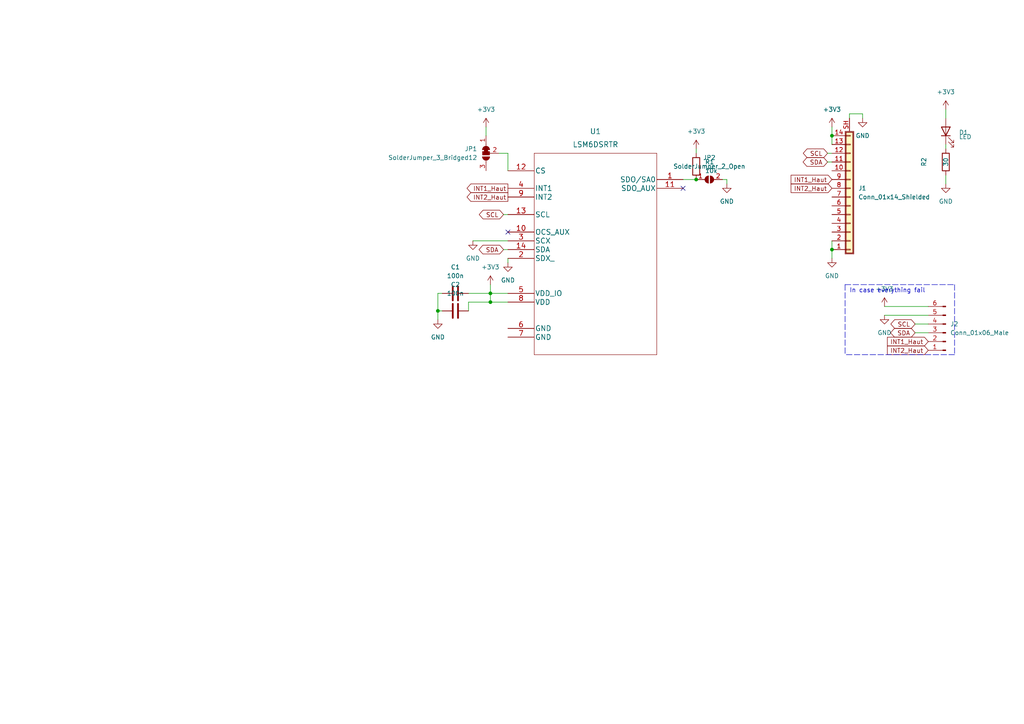
<source format=kicad_sch>
(kicad_sch (version 20211123) (generator eeschema)
  (paper "A4")
  (lib_symbols
    (symbol "2022-12-24_18-31-24:LSM6DSRTR" (pin_names (offset 0.254))
      (property "Reference" "U" (at 25.4 10.16 0))
      (property "Value" "LSM6DSRTR" (at 25.4 7.62 0))
      (symbol "LSM6DSRTR_1_1"
        (polyline (pts (xy 7.62 -53.34) (xy 43.18 -53.34)) (stroke (width 0.127)))
        (polyline (pts (xy 7.62 5.08) (xy 7.62 -53.34)) (stroke (width 0.127)))
        (polyline (pts (xy 43.18 -53.34) (xy 43.18 5.08)) (stroke (width 0.127)))
        (polyline (pts (xy 43.18 5.08) (xy 7.62 5.08)) (stroke (width 0.127)))
        (pin bidirectional line (at 50.8 -2.54 180) (length 7.62) (name "SDO/SA0") (number "1"))
        (pin bidirectional line (at 0 -17.78 0) (length 7.62) (name "OCS_AUX") (number "10"))
        (pin bidirectional line (at 50.8 -5.08 180) (length 7.62) (name "SDO_AUX") (number "11"))
        (pin input line (at 0 0 0) (length 7.62) (name "CS") (number "12"))
        (pin input line (at 0 -12.7 0) (length 7.62) (name "SCL") (number "13"))
        (pin bidirectional line (at 0 -22.86 0) (length 7.62) (name "SDA") (number "14"))
        (pin bidirectional line (at 0 -25.4 0) (length 7.62) (name "SDX_") (number "2"))
        (pin bidirectional line (at 0 -20.32 0) (length 7.62) (name "SCX") (number "3"))
        (pin output line (at 0 -5.08 0) (length 7.62) (name "INT1") (number "4"))
        (pin power_in line (at 0 -35.56 0) (length 7.62) (name "VDD_IO") (number "5"))
        (pin power_in line (at 0 -45.72 0) (length 7.62) (name "GND") (number "6"))
        (pin power_in line (at 0 -48.26 0) (length 7.62) (name "GND") (number "7"))
        (pin power_in line (at 0 -38.1 0) (length 7.62) (name "VDD") (number "8"))
        (pin output line (at 0 -7.62 0) (length 7.62) (name "INT2") (number "9"))
      )
    )
    (symbol "Connector:Conn_01x06_Male" (pin_names (offset 1.016) hide)
      (property "Reference" "J" (at 0 7.62 0))
      (property "Value" "Conn_01x06_Male" (at 0 -10.16 0))
      (symbol "Conn_01x06_Male_1_1"
        (polyline (pts (xy 1.27 -7.62) (xy 0.8636 -7.62)) (stroke (width 0.1524)))
        (polyline (pts (xy 1.27 -5.08) (xy 0.8636 -5.08)) (stroke (width 0.1524)))
        (polyline (pts (xy 1.27 -2.54) (xy 0.8636 -2.54)) (stroke (width 0.1524)))
        (polyline (pts (xy 1.27 0) (xy 0.8636 0)) (stroke (width 0.1524)))
        (polyline (pts (xy 1.27 2.54) (xy 0.8636 2.54)) (stroke (width 0.1524)))
        (polyline (pts (xy 1.27 5.08) (xy 0.8636 5.08)) (stroke (width 0.1524)))
        (rectangle (start 0.8636 -7.493) (end 0 -7.747) (stroke (width 0.1524)) (fill (type outline)))
        (rectangle (start 0.8636 -4.953) (end 0 -5.207) (stroke (width 0.1524)) (fill (type outline)))
        (rectangle (start 0.8636 -2.413) (end 0 -2.667) (stroke (width 0.1524)) (fill (type outline)))
        (rectangle (start 0.8636 0.127) (end 0 -0.127) (stroke (width 0.1524)) (fill (type outline)))
        (rectangle (start 0.8636 2.667) (end 0 2.413) (stroke (width 0.1524)) (fill (type outline)))
        (rectangle (start 0.8636 5.207) (end 0 4.953) (stroke (width 0.1524)) (fill (type outline)))
        (pin passive line (at 5.08 5.08 180) (length 3.81) (name "Pin_1") (number "1"))
        (pin passive line (at 5.08 2.54 180) (length 3.81) (name "Pin_2") (number "2"))
        (pin passive line (at 5.08 0 180) (length 3.81) (name "Pin_3") (number "3"))
        (pin passive line (at 5.08 -2.54 180) (length 3.81) (name "Pin_4") (number "4"))
        (pin passive line (at 5.08 -5.08 180) (length 3.81) (name "Pin_5") (number "5"))
        (pin passive line (at 5.08 -7.62 180) (length 3.81) (name "Pin_6") (number "6"))
      )
    )
    (symbol "Connector_Generic_Shielded:Conn_01x14_Shielded" (pin_names (offset 1.016) hide)
      (property "Reference" "J" (at 0.254 17.526 0))
      (property "Value" "Conn_01x14_Shielded" (at 1.016 -20.066 0))
      (symbol "Conn_01x14_Shielded_1_1"
        (rectangle (start -1.27 16.51) (end 1.27 -19.05) (stroke (width 0.1524)))
        (rectangle (start -1.016 -17.653) (end 0.254 -17.907) (stroke (width 0.1524)))
        (rectangle (start -1.016 -15.113) (end 0.254 -15.367) (stroke (width 0.1524)))
        (rectangle (start -1.016 -12.573) (end 0.254 -12.827) (stroke (width 0.1524)))
        (rectangle (start -1.016 -10.033) (end 0.254 -10.287) (stroke (width 0.1524)))
        (rectangle (start -1.016 -7.493) (end 0.254 -7.747) (stroke (width 0.1524)))
        (rectangle (start -1.016 -4.953) (end 0.254 -5.207) (stroke (width 0.1524)))
        (rectangle (start -1.016 -2.413) (end 0.254 -2.667) (stroke (width 0.1524)))
        (rectangle (start -1.016 0.127) (end 0.254 -0.127) (stroke (width 0.1524)))
        (rectangle (start -1.016 2.667) (end 0.254 2.413) (stroke (width 0.1524)))
        (rectangle (start -1.016 5.207) (end 0.254 4.953) (stroke (width 0.1524)))
        (rectangle (start -1.016 7.747) (end 0.254 7.493) (stroke (width 0.1524)))
        (rectangle (start -1.016 10.287) (end 0.254 10.033) (stroke (width 0.1524)))
        (rectangle (start -1.016 12.827) (end 0.254 12.573) (stroke (width 0.1524)))
        (rectangle (start -1.016 15.367) (end 0.254 15.113) (stroke (width 0.1524)))
        (rectangle (start -1.016 16.256) (end 1.016 -18.796) (stroke (width 0.254)) (fill (type background)))
        (pin passive line (at -5.08 15.24 0) (length 4.064) (name "Pin_1") (number "1"))
        (pin passive line (at -5.08 -7.62 0) (length 4.064) (name "Pin_10") (number "10"))
        (pin passive line (at -5.08 -10.16 0) (length 4.064) (name "Pin_11") (number "11"))
        (pin passive line (at -5.08 -12.7 0) (length 4.064) (name "Pin_12") (number "12"))
        (pin passive line (at -5.08 -15.24 0) (length 4.064) (name "Pin_13") (number "13"))
        (pin passive line (at -5.08 -17.78 0) (length 4.064) (name "Pin_14") (number "14"))
        (pin passive line (at -5.08 12.7 0) (length 4.064) (name "Pin_2") (number "2"))
        (pin passive line (at -5.08 10.16 0) (length 4.064) (name "Pin_3") (number "3"))
        (pin passive line (at -5.08 7.62 0) (length 4.064) (name "Pin_4") (number "4"))
        (pin passive line (at -5.08 5.08 0) (length 4.064) (name "Pin_5") (number "5"))
        (pin passive line (at -5.08 2.54 0) (length 4.064) (name "Pin_6") (number "6"))
        (pin passive line (at -5.08 0 0) (length 4.064) (name "Pin_7") (number "7"))
        (pin passive line (at -5.08 -2.54 0) (length 4.064) (name "Pin_8") (number "8"))
        (pin passive line (at -5.08 -5.08 0) (length 4.064) (name "Pin_9") (number "9"))
        (pin passive line (at 0 -22.86 90) (length 3.81) (name "Shield") (number "SH"))
      )
    )
    (symbol "Device:C" (pin_numbers hide) (pin_names (offset 0.254))
      (property "Reference" "C" (at 0.635 2.54 0))
      (property "Value" "C" (at 0.635 -2.54 0))
      (symbol "C_0_1"
        (polyline (pts (xy -2.032 -0.762) (xy 2.032 -0.762)) (stroke (width 0.508)))
        (polyline (pts (xy -2.032 0.762) (xy 2.032 0.762)) (stroke (width 0.508)))
      )
      (symbol "C_1_1"
        (pin passive line (at 0 3.81 270) (length 2.794) (name "~") (number "1"))
        (pin passive line (at 0 -3.81 90) (length 2.794) (name "~") (number "2"))
      )
    )
    (symbol "Device:LED" (pin_numbers hide) (pin_names (offset 1.016) hide)
      (property "Reference" "D" (at 0 2.54 0))
      (property "Value" "LED" (at 0 -2.54 0))
      (symbol "LED_0_1"
        (polyline (pts (xy -1.27 -1.27) (xy -1.27 1.27)) (stroke (width 0.254)))
        (polyline (pts (xy -1.27 0) (xy 1.27 0)))
        (polyline (pts (xy 1.27 -1.27) (xy 1.27 1.27) (xy -1.27 0) (xy 1.27 -1.27)) (stroke (width 0.254)))
        (polyline (pts (xy -3.048 -0.762) (xy -4.572 -2.286) (xy -3.81 -2.286) (xy -4.572 -2.286) (xy -4.572 -1.524)))
        (polyline (pts (xy -1.778 -0.762) (xy -3.302 -2.286) (xy -2.54 -2.286) (xy -3.302 -2.286) (xy -3.302 -1.524)))
      )
      (symbol "LED_1_1"
        (pin passive line (at -3.81 0 0) (length 2.54) (name "K") (number "1"))
        (pin passive line (at 3.81 0 180) (length 2.54) (name "A") (number "2"))
      )
    )
    (symbol "Device:R" (pin_numbers hide) (pin_names (offset 0))
      (property "Reference" "R" (at 2.032 0 90))
      (property "Value" "R" (at 0 0 90))
      (symbol "R_0_1"
        (rectangle (start -1.016 -2.54) (end 1.016 2.54) (stroke (width 0.254)))
      )
      (symbol "R_1_1"
        (pin passive line (at 0 3.81 270) (length 1.27) (name "~") (number "1"))
        (pin passive line (at 0 -3.81 90) (length 1.27) (name "~") (number "2"))
      )
    )
    (symbol "Jumper:SolderJumper_2_Open" (pin_names (offset 0) hide)
      (property "Reference" "JP" (at 0 2.032 0))
      (property "Value" "SolderJumper_2_Open" (at 0 -2.54 0))
      (symbol "SolderJumper_2_Open_0_1"
        (arc (start -0.254 1.016) (mid -1.27 0) (end -0.254 -1.016))
        (arc (start -0.254 1.016) (mid -1.27 0) (end -0.254 -1.016) (fill (type outline)))
        (polyline (pts (xy -0.254 1.016) (xy -0.254 -1.016)))
        (polyline (pts (xy 0.254 1.016) (xy 0.254 -1.016)))
        (arc (start 0.254 -1.016) (mid 1.27 0) (end 0.254 1.016))
        (arc (start 0.254 -1.016) (mid 1.27 0) (end 0.254 1.016) (fill (type outline)))
      )
      (symbol "SolderJumper_2_Open_1_1"
        (pin passive line (at -3.81 0 0) (length 2.54) (name "A") (number "1"))
        (pin passive line (at 3.81 0 180) (length 2.54) (name "B") (number "2"))
      )
    )
    (symbol "Jumper:SolderJumper_3_Bridged12" (pin_names (offset 0) hide)
      (property "Reference" "JP" (at -2.54 -2.54 0))
      (property "Value" "SolderJumper_3_Bridged12" (at 0 2.794 0))
      (symbol "SolderJumper_3_Bridged12_0_1"
        (rectangle (start -1.016 0.508) (end -0.508 -0.508) (fill (type outline)))
        (arc (start -1.016 1.016) (mid -2.032 0) (end -1.016 -1.016))
        (arc (start -1.016 1.016) (mid -2.032 0) (end -1.016 -1.016) (fill (type outline)))
        (rectangle (start -0.508 1.016) (end 0.508 -1.016) (fill (type outline)))
        (polyline (pts (xy -2.54 0) (xy -2.032 0)))
        (polyline (pts (xy -1.016 1.016) (xy -1.016 -1.016)))
        (polyline (pts (xy 0 -1.27) (xy 0 -1.016)))
        (polyline (pts (xy 1.016 1.016) (xy 1.016 -1.016)))
        (polyline (pts (xy 2.54 0) (xy 2.032 0)))
        (arc (start 1.016 -1.016) (mid 2.032 0) (end 1.016 1.016))
        (arc (start 1.016 -1.016) (mid 2.032 0) (end 1.016 1.016) (fill (type outline)))
      )
      (symbol "SolderJumper_3_Bridged12_1_1"
        (pin passive line (at -5.08 0 0) (length 2.54) (name "A") (number "1"))
        (pin passive line (at 0 -3.81 90) (length 2.54) (name "C") (number "2"))
        (pin passive line (at 5.08 0 180) (length 2.54) (name "B") (number "3"))
      )
    )
    (symbol "power:+3V3" (power) (pin_names (offset 0))
      (property "Value" "+3V3" (at 0 3.556 0))
      (symbol "+3V3_0_1"
        (polyline (pts (xy -0.762 1.27) (xy 0 2.54)))
        (polyline (pts (xy 0 0) (xy 0 2.54)))
        (polyline (pts (xy 0 2.54) (xy 0.762 1.27)))
      )
      (symbol "+3V3_1_1"
        (pin power_in line (at 0 0 90) (length 0) hide (name "+3V3") (number "1"))
      )
    )
    (symbol "power:GND" (power) (pin_names (offset 0))
      (property "Value" "GND" (at 0 -3.81 0))
      (symbol "GND_0_1"
        (polyline (pts (xy 0 0) (xy 0 -1.27) (xy 1.27 -1.27) (xy 0 -2.54) (xy -1.27 -1.27) (xy 0 -1.27)))
      )
      (symbol "GND_1_1"
        (pin power_in line (at 0 0 270) (length 0) hide (name "GND") (number "1"))
      )
    )
  )
  (junction (at 127 90.17))
  (junction (at 142.24 85.09))
  (junction (at 142.24 87.63))
  (junction (at 241.3 72.39))
  (junction (at 201.93 52.07))
  (junction (at 241.3 39.37))
  (no_connect (at 147.32 67.31))
  (no_connect (at 198.12 54.61))
  (wire (pts (xy 147.32 44.45) (xy 144.78 44.45)))
  (wire (pts (xy 146.05 72.39) (xy 147.32 72.39)))
  (wire (pts (xy 241.3 69.85) (xy 241.3 72.39)))
  (polyline (pts (xy 245.11 82.55) (xy 245.11 102.87)))
  (wire (pts (xy 241.3 72.39) (xy 241.3 74.93)))
  (wire (pts (xy 246.38 34.29) (xy 246.38 33.02)))
  (wire (pts (xy 274.32 41.91) (xy 274.32 43.18)))
  (wire (pts (xy 142.24 87.63) (xy 135.89 87.63)))
  (wire (pts (xy 142.24 85.09) (xy 142.24 87.63)))
  (wire (pts (xy 241.3 39.37) (xy 241.3 41.91)))
  (wire (pts (xy 274.32 50.8) (xy 274.32 53.34)))
  (wire (pts (xy 256.54 88.9) (xy 269.24 88.9)))
  (wire (pts (xy 147.32 49.53) (xy 147.32 44.45)))
  (wire (pts (xy 246.38 33.02) (xy 250.19 33.02)))
  (wire (pts (xy 142.24 85.09) (xy 147.32 85.09)))
  (polyline (pts (xy 245.11 82.55) (xy 276.86 82.55)))
  (wire (pts (xy 265.43 96.52) (xy 269.24 96.52)))
  (wire (pts (xy 256.54 91.44) (xy 269.24 91.44)))
  (wire (pts (xy 240.03 46.99) (xy 241.3 46.99)))
  (wire (pts (xy 142.24 82.55) (xy 142.24 85.09)))
  (wire (pts (xy 128.27 90.17) (xy 127 90.17)))
  (wire (pts (xy 140.97 36.83) (xy 140.97 39.37)))
  (wire (pts (xy 250.19 33.02) (xy 250.19 34.29)))
  (wire (pts (xy 135.89 87.63) (xy 135.89 90.17)))
  (wire (pts (xy 240.03 44.45) (xy 241.3 44.45)))
  (polyline (pts (xy 276.86 102.87) (xy 245.11 102.87)))
  (wire (pts (xy 146.05 62.23) (xy 147.32 62.23)))
  (wire (pts (xy 209.55 52.07) (xy 210.82 52.07)))
  (wire (pts (xy 127 85.09) (xy 127 90.17)))
  (wire (pts (xy 142.24 87.63) (xy 147.32 87.63)))
  (wire (pts (xy 128.27 85.09) (xy 127 85.09)))
  (wire (pts (xy 201.93 43.18) (xy 201.93 44.45)))
  (wire (pts (xy 198.12 52.07) (xy 201.93 52.07)))
  (wire (pts (xy 274.32 31.75) (xy 274.32 34.29)))
  (wire (pts (xy 137.16 69.85) (xy 147.32 69.85)))
  (wire (pts (xy 127 90.17) (xy 127 92.71)))
  (wire (pts (xy 210.82 52.07) (xy 210.82 53.34)))
  (wire (pts (xy 265.43 93.98) (xy 269.24 93.98)))
  (wire (pts (xy 135.89 85.09) (xy 142.24 85.09)))
  (wire (pts (xy 241.3 36.83) (xy 241.3 39.37)))
  (polyline (pts (xy 276.86 82.55) (xy 276.86 102.87)))
  (wire (pts (xy 147.32 74.93) (xy 147.32 76.2)))
  (text "In case everything fail" (at 246.38 85.09 0) (effects (font (size 1.27 1.27)) (justify left bottom)))
  (global_label "SDA" (shape bidirectional) (at 146.05 72.39 180) (property "Intersheet References" "${INTERSHEET_REFS}" (effects hide)))
  (global_label "INT1_Haut" (shape input) (at 241.3 52.07 180) (property "Intersheet References" "${INTERSHEET_REFS}" (effects hide)))
  (global_label "INT1_Haut" (shape output) (at 147.32 54.61 180) (property "Intersheet References" "${INTERSHEET_REFS}" (effects hide)))
  (global_label "INT2_Haut" (shape input) (at 241.3 54.61 180) (property "Intersheet References" "${INTERSHEET_REFS}" (effects hide)))
  (global_label "INT2_Haut" (shape input) (at 269.24 101.6 180) (property "Intersheet References" "${INTERSHEET_REFS}" (effects hide)))
  (global_label "SCL" (shape bidirectional) (at 240.03 44.45 180) (property "Intersheet References" "${INTERSHEET_REFS}" (effects hide)))
  (global_label "SDA" (shape bidirectional) (at 265.43 96.52 180) (property "Intersheet References" "${INTERSHEET_REFS}" (effects hide)))
  (global_label "INT1_Haut" (shape input) (at 269.24 99.06 180) (property "Intersheet References" "${INTERSHEET_REFS}" (effects hide)))
  (global_label "SDA" (shape bidirectional) (at 240.03 46.99 180) (property "Intersheet References" "${INTERSHEET_REFS}" (effects hide)))
  (global_label "SCL" (shape bidirectional) (at 146.05 62.23 180) (property "Intersheet References" "${INTERSHEET_REFS}" (effects hide)))
  (global_label "INT2_Haut" (shape output) (at 147.32 57.15 180) (property "Intersheet References" "${INTERSHEET_REFS}" (effects hide)))
  (global_label "SCL" (shape bidirectional) (at 265.43 93.98 180) (property "Intersheet References" "${INTERSHEET_REFS}" (effects hide)))
  (symbol (lib_id "Device:C") (at 132.08 90.17 270) (unit 1)
    (property "Reference" "C2" (at 132.08 82.55 90))
    (property "Value" "100n" (at 132.08 85.09 90))
    (property "Footprint" "Library:Cap 100nf 0805" (effects hide))
  )
  (symbol (lib_id "Jumper:SolderJumper_2_Open") (at 205.74 52.07 0) (unit 1)
    (property "Reference" "JP2" (at 205.74 45.72 0))
    (property "Value" "SolderJumper_2_Open" (at 205.74 48.26 0))
    (property "Footprint" "Jumper:SolderJumper-2_P1.3mm_Open_RoundedPad1.0x1.5mm" (effects hide))
  )
  (symbol (lib_id "Device:R") (at 274.32 46.99 180) (unit 1)
    (property "Reference" "R2" (at 267.97 46.99 90))
    (property "Value" "30" (at 274.32 46.99 90))
    (property "Footprint" "Resistor_SMD:R_0805_2012Metric" (effects hide))
  )
  (symbol (lib_id "power:+3V3") (at 256.54 88.9 0) (unit 1)
    (property "Reference" "#PWR0102" (effects hide))
    (property "Value" "+3V3" (at 256.54 83.82 0))
  )
  (symbol (lib_id "power:+3V3") (at 142.24 82.55 0) (unit 1)
    (property "Reference" "#PWR04" (effects hide))
    (property "Value" "+3V3" (at 142.24 77.47 0))
  )
  (symbol (lib_id "Jumper:SolderJumper_3_Bridged12") (at 140.97 44.45 90) (mirror x) (unit 1)
    (property "Reference" "JP1" (at 138.43 43.1799 90) (effects (justify left)))
    (property "Value" "SolderJumper_3_Bridged12" (at 138.43 45.7199 90) (effects (justify left)))
    (property "Footprint" "Jumper:SolderJumper-3_P1.3mm_Bridged12_RoundedPad1.0x1.5mm" (effects hide))
  )
  (symbol (lib_id "Device:R") (at 201.93 48.26 0) (unit 1)
    (property "Reference" "R1" (at 204.47 46.9899 0) (effects (justify left)))
    (property "Value" "10k" (at 204.47 49.5299 0) (effects (justify left)))
    (property "Footprint" "Resistor_SMD:R_0603_1608Metric" (effects hide))
  )
  (symbol (lib_id "power:GND") (at 241.3 74.93 0) (unit 1)
    (property "Reference" "#PWR09" (effects hide))
    (property "Value" "GND" (at 241.3 80.01 0))
  )
  (symbol (lib_id "power:+3V3") (at 140.97 36.83 0) (unit 1)
    (property "Reference" "#PWR03" (effects hide))
    (property "Value" "+3V3" (at 140.97 31.75 0))
  )
  (symbol (lib_id "Device:LED") (at 274.32 38.1 90) (unit 1)
    (property "Reference" "D1" (at 278.13 38.4174 90) (effects (justify right)))
    (property "Value" "LED" (at 278.13 39.6874 90) (effects (justify right)))
    (property "Footprint" "LED_SMD:LED_1206_3216Metric" (effects hide))
  )
  (symbol (lib_id "power:GND") (at 147.32 76.2 0) (unit 1)
    (property "Reference" "#PWR05" (effects hide))
    (property "Value" "GND" (at 147.32 81.28 0))
  )
  (symbol (lib_id "power:GND") (at 250.19 34.29 0) (unit 1)
    (property "Reference" "#PWR010" (effects hide))
    (property "Value" "GND" (at 250.19 39.37 0))
  )
  (symbol (lib_id "Device:C") (at 132.08 85.09 270) (unit 1)
    (property "Reference" "C1" (at 132.08 77.47 90))
    (property "Value" "100n" (at 132.08 80.01 90))
    (property "Footprint" "Library:Cap 100nf 0805" (effects hide))
  )
  (symbol (lib_id "2022-12-24_18-31-24:LSM6DSRTR") (at 147.32 49.53 0) (unit 1)
    (property "Reference" "U1" (at 172.72 38.1 0) (effects (font (size 1.524 1.524))))
    (property "Value" "LSM6DSRTR" (at 172.72 41.91 0) (effects (font (size 1.524 1.524))))
    (property "Footprint" "Library:LGA-14_2.5X3X0.86_" (effects hide))
  )
  (symbol (lib_id "Connector:Conn_01x06_Male") (at 274.32 96.52 180) (unit 1)
    (property "Reference" "J2" (at 275.59 93.9799 0) (effects (justify right)))
    (property "Value" "Conn_01x06_Male" (at 275.59 96.5199 0) (effects (justify right)))
    (property "Footprint" "Connector_PinSocket_2.54mm:PinSocket_1x06_P2.54mm_Vertical" (effects hide))
  )
  (symbol (lib_id "power:GND") (at 127 92.71 0) (unit 1)
    (property "Reference" "#PWR01" (effects hide))
    (property "Value" "GND" (at 127 97.79 0))
  )
  (symbol (lib_id "power:+3V3") (at 241.3 36.83 0) (unit 1)
    (property "Reference" "#PWR08" (effects hide))
    (property "Value" "+3V3" (at 241.3 31.75 0))
  )
  (symbol (lib_id "Connector_Generic_Shielded:Conn_01x14_Shielded") (at 246.38 57.15 0) (mirror x) (unit 1)
    (property "Reference" "J1" (at 248.92 54.6099 0) (effects (justify left)))
    (property "Value" "Conn_01x14_Shielded" (at 248.92 57.1499 0) (effects (justify left)))
    (property "Footprint" "Library:FPC 2x7 p=1mm" (effects hide))
  )
  (symbol (lib_id "power:+3V3") (at 274.32 31.75 0) (unit 1)
    (property "Reference" "#PWR011" (effects hide))
    (property "Value" "+3V3" (at 274.32 26.67 0))
  )
  (symbol (lib_id "power:GND") (at 274.32 53.34 0) (unit 1)
    (property "Reference" "#PWR012" (effects hide))
    (property "Value" "GND" (at 274.32 58.42 0))
  )
  (symbol (lib_id "power:GND") (at 210.82 53.34 0) (unit 1)
    (property "Reference" "#PWR07" (effects hide))
    (property "Value" "GND" (at 210.82 58.42 0))
  )
  (symbol (lib_id "power:GND") (at 256.54 91.44 0) (unit 1)
    (property "Reference" "#PWR0101" (effects hide))
    (property "Value" "GND" (at 256.54 96.52 0))
  )
  (symbol (lib_id "power:+3V3") (at 201.93 43.18 0) (unit 1)
    (property "Reference" "#PWR06" (effects hide))
    (property "Value" "+3V3" (at 201.93 38.1 0))
  )
  (symbol (lib_id "power:GND") (at 137.16 69.85 0) (unit 1)
    (property "Reference" "#PWR02" (effects hide))
    (property "Value" "GND" (at 137.16 74.93 0))
  )
)
</source>
